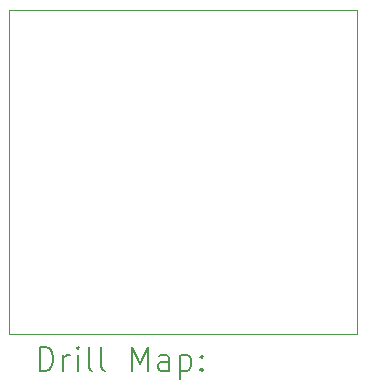
<source format=gbr>
%TF.GenerationSoftware,KiCad,Pcbnew,8.0.4*%
%TF.CreationDate,2024-08-09T15:13:58+02:00*%
%TF.ProjectId,acorn-userport-microsd-adapter,61636f72-6e2d-4757-9365-72706f72742d,rev?*%
%TF.SameCoordinates,Original*%
%TF.FileFunction,Drillmap*%
%TF.FilePolarity,Positive*%
%FSLAX45Y45*%
G04 Gerber Fmt 4.5, Leading zero omitted, Abs format (unit mm)*
G04 Created by KiCad (PCBNEW 8.0.4) date 2024-08-09 15:13:58*
%MOMM*%
%LPD*%
G01*
G04 APERTURE LIST*
%ADD10C,0.050000*%
%ADD11C,0.200000*%
G04 APERTURE END LIST*
D10*
X15392400Y-4851400D02*
X12446000Y-4851400D01*
X12446000Y-4851400D02*
X12446000Y-7594600D01*
X15392400Y-7594600D02*
X12446000Y-7594600D01*
X15392400Y-7594600D02*
X15392400Y-4851400D01*
D11*
X12704277Y-7908584D02*
X12704277Y-7708584D01*
X12704277Y-7708584D02*
X12751896Y-7708584D01*
X12751896Y-7708584D02*
X12780467Y-7718108D01*
X12780467Y-7718108D02*
X12799515Y-7737155D01*
X12799515Y-7737155D02*
X12809039Y-7756203D01*
X12809039Y-7756203D02*
X12818562Y-7794298D01*
X12818562Y-7794298D02*
X12818562Y-7822869D01*
X12818562Y-7822869D02*
X12809039Y-7860965D01*
X12809039Y-7860965D02*
X12799515Y-7880012D01*
X12799515Y-7880012D02*
X12780467Y-7899060D01*
X12780467Y-7899060D02*
X12751896Y-7908584D01*
X12751896Y-7908584D02*
X12704277Y-7908584D01*
X12904277Y-7908584D02*
X12904277Y-7775250D01*
X12904277Y-7813346D02*
X12913801Y-7794298D01*
X12913801Y-7794298D02*
X12923324Y-7784774D01*
X12923324Y-7784774D02*
X12942372Y-7775250D01*
X12942372Y-7775250D02*
X12961420Y-7775250D01*
X13028086Y-7908584D02*
X13028086Y-7775250D01*
X13028086Y-7708584D02*
X13018562Y-7718108D01*
X13018562Y-7718108D02*
X13028086Y-7727631D01*
X13028086Y-7727631D02*
X13037610Y-7718108D01*
X13037610Y-7718108D02*
X13028086Y-7708584D01*
X13028086Y-7708584D02*
X13028086Y-7727631D01*
X13151896Y-7908584D02*
X13132848Y-7899060D01*
X13132848Y-7899060D02*
X13123324Y-7880012D01*
X13123324Y-7880012D02*
X13123324Y-7708584D01*
X13256658Y-7908584D02*
X13237610Y-7899060D01*
X13237610Y-7899060D02*
X13228086Y-7880012D01*
X13228086Y-7880012D02*
X13228086Y-7708584D01*
X13485229Y-7908584D02*
X13485229Y-7708584D01*
X13485229Y-7708584D02*
X13551896Y-7851441D01*
X13551896Y-7851441D02*
X13618562Y-7708584D01*
X13618562Y-7708584D02*
X13618562Y-7908584D01*
X13799515Y-7908584D02*
X13799515Y-7803822D01*
X13799515Y-7803822D02*
X13789991Y-7784774D01*
X13789991Y-7784774D02*
X13770943Y-7775250D01*
X13770943Y-7775250D02*
X13732848Y-7775250D01*
X13732848Y-7775250D02*
X13713801Y-7784774D01*
X13799515Y-7899060D02*
X13780467Y-7908584D01*
X13780467Y-7908584D02*
X13732848Y-7908584D01*
X13732848Y-7908584D02*
X13713801Y-7899060D01*
X13713801Y-7899060D02*
X13704277Y-7880012D01*
X13704277Y-7880012D02*
X13704277Y-7860965D01*
X13704277Y-7860965D02*
X13713801Y-7841917D01*
X13713801Y-7841917D02*
X13732848Y-7832393D01*
X13732848Y-7832393D02*
X13780467Y-7832393D01*
X13780467Y-7832393D02*
X13799515Y-7822869D01*
X13894753Y-7775250D02*
X13894753Y-7975250D01*
X13894753Y-7784774D02*
X13913801Y-7775250D01*
X13913801Y-7775250D02*
X13951896Y-7775250D01*
X13951896Y-7775250D02*
X13970943Y-7784774D01*
X13970943Y-7784774D02*
X13980467Y-7794298D01*
X13980467Y-7794298D02*
X13989991Y-7813346D01*
X13989991Y-7813346D02*
X13989991Y-7870488D01*
X13989991Y-7870488D02*
X13980467Y-7889536D01*
X13980467Y-7889536D02*
X13970943Y-7899060D01*
X13970943Y-7899060D02*
X13951896Y-7908584D01*
X13951896Y-7908584D02*
X13913801Y-7908584D01*
X13913801Y-7908584D02*
X13894753Y-7899060D01*
X14075705Y-7889536D02*
X14085229Y-7899060D01*
X14085229Y-7899060D02*
X14075705Y-7908584D01*
X14075705Y-7908584D02*
X14066182Y-7899060D01*
X14066182Y-7899060D02*
X14075705Y-7889536D01*
X14075705Y-7889536D02*
X14075705Y-7908584D01*
X14075705Y-7784774D02*
X14085229Y-7794298D01*
X14085229Y-7794298D02*
X14075705Y-7803822D01*
X14075705Y-7803822D02*
X14066182Y-7794298D01*
X14066182Y-7794298D02*
X14075705Y-7784774D01*
X14075705Y-7784774D02*
X14075705Y-7803822D01*
M02*

</source>
